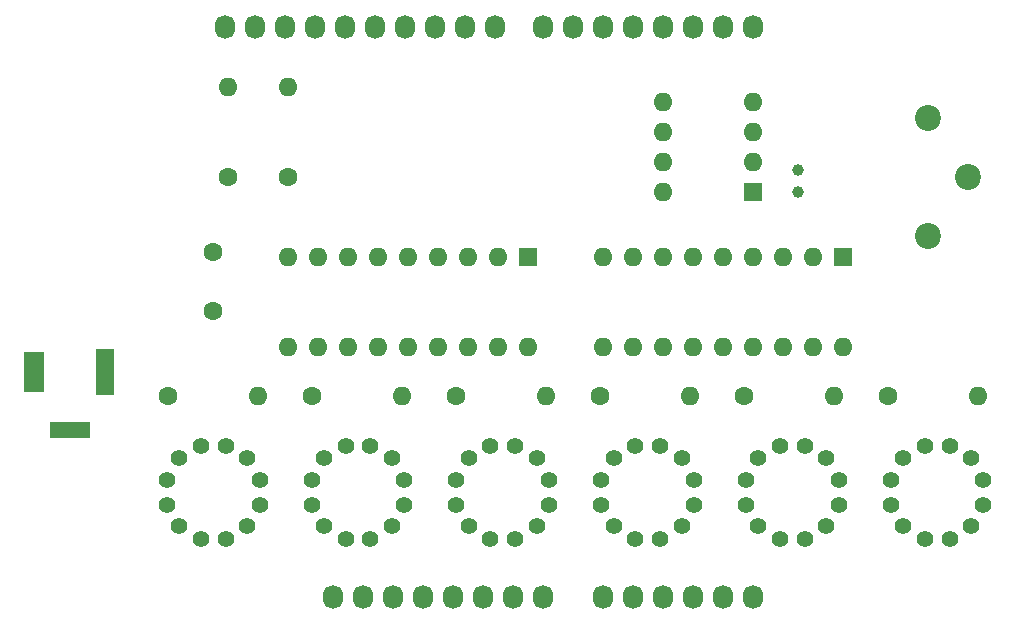
<source format=gbs>
G04 #@! TF.GenerationSoftware,KiCad,Pcbnew,(5.1.6)-1*
G04 #@! TF.CreationDate,2020-07-30T22:19:11+09:00*
G04 #@! TF.ProjectId,VFDClock,56464443-6c6f-4636-9b2e-6b696361645f,rev?*
G04 #@! TF.SameCoordinates,Original*
G04 #@! TF.FileFunction,Soldermask,Bot*
G04 #@! TF.FilePolarity,Negative*
%FSLAX46Y46*%
G04 Gerber Fmt 4.6, Leading zero omitted, Abs format (unit mm)*
G04 Created by KiCad (PCBNEW (5.1.6)-1) date 2020-07-30 22:19:11*
%MOMM*%
%LPD*%
G01*
G04 APERTURE LIST*
%ADD10C,1.400000*%
%ADD11C,1.000000*%
%ADD12C,2.200000*%
%ADD13O,1.600000X1.600000*%
%ADD14R,1.600000X1.600000*%
%ADD15C,1.600000*%
%ADD16R,3.500000X1.400000*%
%ADD17R,1.600000X4.000000*%
%ADD18R,1.700000X3.500000*%
%ADD19O,1.727200X2.032000*%
G04 APERTURE END LIST*
D10*
X174932318Y-117808682D03*
X173880478Y-115986841D03*
X173880477Y-113883159D03*
X174932318Y-112061318D03*
X176754159Y-111009478D03*
X178857841Y-111009477D03*
X180679682Y-112061318D03*
X181731522Y-113883159D03*
X181731523Y-115986841D03*
X180679682Y-117808682D03*
X178857841Y-118860522D03*
X176754159Y-118860523D03*
D11*
X178308000Y-87635000D03*
X178308000Y-89535000D03*
D12*
X189308000Y-83265000D03*
X189308000Y-93265000D03*
X192708000Y-88265000D03*
D13*
X166878000Y-89535000D03*
X174498000Y-81915000D03*
X166878000Y-86995000D03*
X174498000Y-84455000D03*
X166878000Y-84455000D03*
X174498000Y-86995000D03*
X166878000Y-81915000D03*
D14*
X174498000Y-89535000D03*
D13*
X193548000Y-106807000D03*
D15*
X185928000Y-106807000D03*
D13*
X181356000Y-106807000D03*
D15*
X173736000Y-106807000D03*
D13*
X169164000Y-106807000D03*
D15*
X161544000Y-106807000D03*
D13*
X156972000Y-106807000D03*
D15*
X149352000Y-106807000D03*
D13*
X144780000Y-106807000D03*
D15*
X137160000Y-106807000D03*
D13*
X132588000Y-106807000D03*
D15*
X124968000Y-106807000D03*
D13*
X135128000Y-80645000D03*
D15*
X135128000Y-88265000D03*
D13*
X130048000Y-80645000D03*
D15*
X130048000Y-88265000D03*
D13*
X182118000Y-102616000D03*
X161798000Y-94996000D03*
X179578000Y-102616000D03*
X164338000Y-94996000D03*
X177038000Y-102616000D03*
X166878000Y-94996000D03*
X174498000Y-102616000D03*
X169418000Y-94996000D03*
X171958000Y-102616000D03*
X171958000Y-94996000D03*
X169418000Y-102616000D03*
X174498000Y-94996000D03*
X166878000Y-102616000D03*
X177038000Y-94996000D03*
X164338000Y-102616000D03*
X179578000Y-94996000D03*
X161798000Y-102616000D03*
D14*
X182118000Y-94996000D03*
D13*
X155448000Y-102616000D03*
X135128000Y-94996000D03*
X152908000Y-102616000D03*
X137668000Y-94996000D03*
X150368000Y-102616000D03*
X140208000Y-94996000D03*
X147828000Y-102616000D03*
X142748000Y-94996000D03*
X145288000Y-102616000D03*
X145288000Y-94996000D03*
X142748000Y-102616000D03*
X147828000Y-94996000D03*
X140208000Y-102616000D03*
X150368000Y-94996000D03*
X137668000Y-102616000D03*
X152908000Y-94996000D03*
X135128000Y-102616000D03*
D14*
X155448000Y-94996000D03*
D16*
X116668000Y-109675000D03*
D17*
X119618000Y-104775000D03*
D18*
X113618000Y-104775000D03*
D10*
X187189318Y-117808682D03*
X186137478Y-115986841D03*
X186137477Y-113883159D03*
X187189318Y-112061318D03*
X189011159Y-111009478D03*
X191114841Y-111009477D03*
X192936682Y-112061318D03*
X193988522Y-113883159D03*
X193988523Y-115986841D03*
X192936682Y-117808682D03*
X191114841Y-118860522D03*
X189011159Y-118860523D03*
X162675318Y-117808682D03*
X161623478Y-115986841D03*
X161623477Y-113883159D03*
X162675318Y-112061318D03*
X164497159Y-111009478D03*
X166600841Y-111009477D03*
X168422682Y-112061318D03*
X169474522Y-113883159D03*
X169474523Y-115986841D03*
X168422682Y-117808682D03*
X166600841Y-118860522D03*
X164497159Y-118860523D03*
X150418318Y-117808682D03*
X149366478Y-115986841D03*
X149366477Y-113883159D03*
X150418318Y-112061318D03*
X152240159Y-111009478D03*
X154343841Y-111009477D03*
X156165682Y-112061318D03*
X157217522Y-113883159D03*
X157217523Y-115986841D03*
X156165682Y-117808682D03*
X154343841Y-118860522D03*
X152240159Y-118860523D03*
X138161318Y-117808682D03*
X137109478Y-115986841D03*
X137109477Y-113883159D03*
X138161318Y-112061318D03*
X139983159Y-111009478D03*
X142086841Y-111009477D03*
X143908682Y-112061318D03*
X144960522Y-113883159D03*
X144960523Y-115986841D03*
X143908682Y-117808682D03*
X142086841Y-118860522D03*
X139983159Y-118860523D03*
X125904318Y-117808682D03*
X124852478Y-115986841D03*
X124852477Y-113883159D03*
X125904318Y-112061318D03*
X127726159Y-111009478D03*
X129829841Y-111009477D03*
X131651682Y-112061318D03*
X132703522Y-113883159D03*
X132703523Y-115986841D03*
X131651682Y-117808682D03*
X129829841Y-118860522D03*
X127726159Y-118860523D03*
D15*
X128778000Y-99615000D03*
X128778000Y-94615000D03*
D19*
X156718000Y-123825000D03*
X154178000Y-123825000D03*
X151638000Y-123825000D03*
X149098000Y-123825000D03*
X146558000Y-123825000D03*
X144018000Y-123825000D03*
X141478000Y-123825000D03*
X138938000Y-123825000D03*
X174498000Y-123825000D03*
X171958000Y-123825000D03*
X169418000Y-123825000D03*
X166878000Y-123825000D03*
X164338000Y-123825000D03*
X161798000Y-123825000D03*
X152654000Y-75565000D03*
X150114000Y-75565000D03*
X147574000Y-75565000D03*
X145034000Y-75565000D03*
X142494000Y-75565000D03*
X139954000Y-75565000D03*
X137414000Y-75565000D03*
X134874000Y-75565000D03*
X132334000Y-75565000D03*
X129794000Y-75565000D03*
X174498000Y-75565000D03*
X171958000Y-75565000D03*
X169418000Y-75565000D03*
X166878000Y-75565000D03*
X164338000Y-75565000D03*
X161798000Y-75565000D03*
X159258000Y-75565000D03*
X156718000Y-75565000D03*
M02*

</source>
